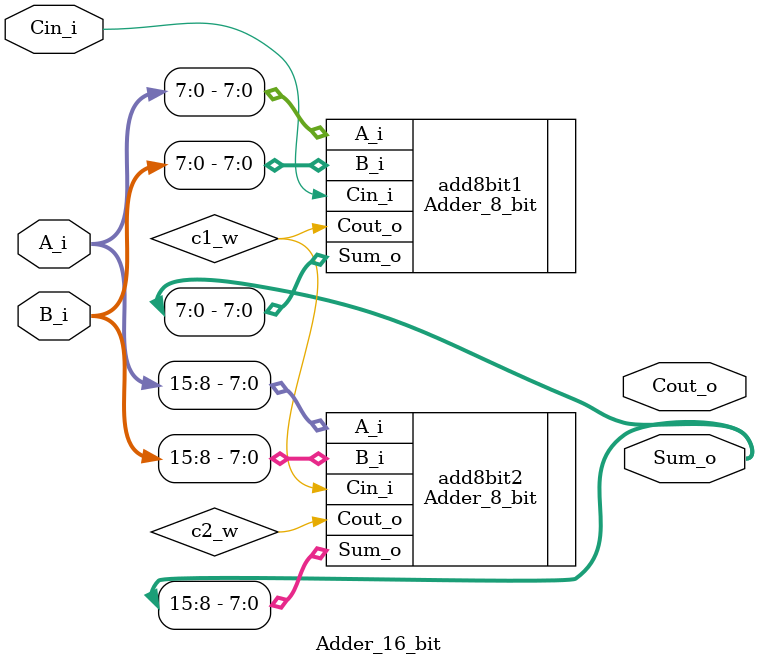
<source format=v>
`timescale 1ns/1ps

module Adder_16_bit(
    input wire [15:0] A_i,
    input wire [15:0] B_i,
    input wire Cin_i,
    output wire [15:0] Sum_o,
    output wire Cout_o
);
    wire c1_w, c2_w;

    Adder_8_bit add8bit1(
        .A_i(A_i[7:0]),
        .B_i(B_i[7:0]),
        .Cin_i(Cin_i),
        .Sum_o(Sum_o[7:0]),
        .Cout_o(c1_w)
    );

    Adder_8_bit add8bit2(
        .A_i(A_i[15:8]),
        .B_i(B_i[15:8]),
        .Cin_i(c1_w),
        .Sum_o(Sum_o[15:8]),
        .Cout_o(c2_w)
    );

endmodule
</source>
